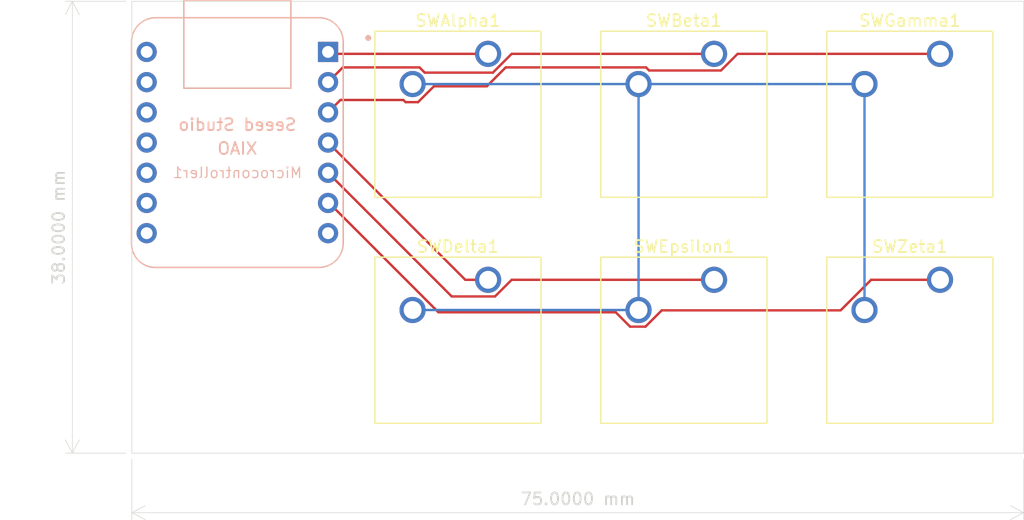
<source format=kicad_pcb>
(kicad_pcb (version 20240108) (generator "pcbnew") (generator_version "8.0")
  (layers (0 "F.Cu" signal) (31 "B.Cu" signal) (34 "B.Paste" user) (35 "F.Paste" user) (36 "B.SilkS" user "B.Silkscreen") (37 "F.SilkS" user "F.Silkscreen") (38 "B.Mask" user) (39 "F.Mask" user) (44 "Edge.Cuts" user))
  (net 0 "")
  (net 1 "GND")
  (net 2 "Net-(Microcontroller1-PA4_A1_D1)")
  (net 3 "Net-(Microcontroller1-PA11_A3_D3)")
  (net 4 "Net-(Microcontroller1-PA10_A2_D2)")
  (net 11 "Net-(Microcontroller1-PA9_A5_D5_SCL)")
  (net 12 "Net-(Microcontroller1-PA8_A4_D4_SDA)")
  (net 15 "Net-(Microcontroller1-PA02_A0_D0)")
  (footprint "Button_Switch_Keyboard:SW_Cherry_MX_1.00u_PCB" (layer "F.Cu") (at 98.96 55.42)
    (property "Reference" "SWEpsilon1" (at -2.54 -2.794 0) (layer "F.SilkS"))
    (property "Value" "SW_Push")
    (fp_line (start -9.525 -1.905) (end 4.445 -1.905) (stroke (width 0.12)) (layer "F.SilkS"))
    (fp_line (start -9.525 12.065) (end -9.525 -1.905) (stroke (width 0.12)) (layer "F.SilkS"))
    (fp_line (start 4.445 -1.905) (end 4.445 12.065) (stroke (width 0.12)) (layer "F.SilkS"))
    (fp_line (start 4.445 12.065) (end -9.525 12.065) (stroke (width 0.12)) (layer "F.SilkS"))
    (pad "" np_thru_hole circle (at -7.62 5.08) (size 1.7 1.7) (drill 1.7) (layers "*.Cu" "*.Mask"))
    (pad "" np_thru_hole circle (at -2.54 5.08) (size 4 4) (drill 4) (layers "*.Cu" "*.Mask"))
    (pad "" np_thru_hole circle (at 2.54 5.08) (size 1.7 1.7) (drill 1.7) (layers "*.Cu" "*.Mask"))
    (pad "1" thru_hole circle (at 0 0) (size 2.2 2.2) (drill 1.5) (layers "*.Cu" "*.Mask") (net 12 "Net-(Microcontroller1-PA8_A4_D4_SDA)"))
    (pad "2" thru_hole circle (at -6.35 2.54) (size 2.2 2.2) (drill 1.5) (layers "*.Cu" "*.Mask") (net 1 "GND"))
  )
  (footprint "Button_Switch_Keyboard:SW_Cherry_MX_1.00u_PCB" (layer "F.Cu") (at 79.96 36.42)
    (property "Reference" "SWAlpha1" (at -2.54 -2.794 0) (layer "F.SilkS"))
    (property "Value" "SW_Push")
    (fp_line (start -9.525 -1.905) (end 4.445 -1.905) (stroke (width 0.12)) (layer "F.SilkS"))
    (fp_line (start -9.525 12.065) (end -9.525 -1.905) (stroke (width 0.12)) (layer "F.SilkS"))
    (fp_line (start 4.445 -1.905) (end 4.445 12.065) (stroke (width 0.12)) (layer "F.SilkS"))
    (fp_line (start 4.445 12.065) (end -9.525 12.065) (stroke (width 0.12)) (layer "F.SilkS"))
    (pad "" np_thru_hole circle (at -7.62 5.08) (size 1.7 1.7) (drill 1.7) (layers "*.Cu" "*.Mask"))
    (pad "" np_thru_hole circle (at -2.54 5.08) (size 4 4) (drill 4) (layers "*.Cu" "*.Mask"))
    (pad "" np_thru_hole circle (at 2.54 5.08) (size 1.7 1.7) (drill 1.7) (layers "*.Cu" "*.Mask"))
    (pad "1" thru_hole circle (at 0 0) (size 2.2 2.2) (drill 1.5) (layers "*.Cu" "*.Mask") (net 15 "Net-(Microcontroller1-PA02_A0_D0)"))
    (pad "2" thru_hole circle (at -6.35 2.54) (size 2.2 2.2) (drill 1.5) (layers "*.Cu" "*.Mask") (net 1 "GND"))
  )
  (footprint "Button_Switch_Keyboard:SW_Cherry_MX_1.00u_PCB" (layer "F.Cu") (at 79.96 55.42)
    (property "Reference" "SWDelta1" (at -2.54 -2.794 0) (layer "F.SilkS"))
    (property "Value" "SW_Push")
    (fp_line (start -9.525 -1.905) (end 4.445 -1.905) (stroke (width 0.12)) (layer "F.SilkS"))
    (fp_line (start -9.525 12.065) (end -9.525 -1.905) (stroke (width 0.12)) (layer "F.SilkS"))
    (fp_line (start 4.445 -1.905) (end 4.445 12.065) (stroke (width 0.12)) (layer "F.SilkS"))
    (fp_line (start 4.445 12.065) (end -9.525 12.065) (stroke (width 0.12)) (layer "F.SilkS"))
    (pad "" np_thru_hole circle (at -7.62 5.08) (size 1.7 1.7) (drill 1.7) (layers "*.Cu" "*.Mask"))
    (pad "" np_thru_hole circle (at -2.54 5.08) (size 4 4) (drill 4) (layers "*.Cu" "*.Mask"))
    (pad "" np_thru_hole circle (at 2.54 5.08) (size 1.7 1.7) (drill 1.7) (layers "*.Cu" "*.Mask"))
    (pad "1" thru_hole circle (at 0 0) (size 2.2 2.2) (drill 1.5) (layers "*.Cu" "*.Mask") (net 3 "Net-(Microcontroller1-PA11_A3_D3)"))
    (pad "2" thru_hole circle (at -6.35 2.54) (size 2.2 2.2) (drill 1.5) (layers "*.Cu" "*.Mask") (net 1 "GND"))
  )
  (footprint "Button_Switch_Keyboard:SW_Cherry_MX_1.00u_PCB" (layer "F.Cu") (at 117.96 55.42)
    (property "Reference" "SWZeta1" (at -2.54 -2.794 0) (layer "F.SilkS"))
    (property "Value" "SW_Push")
    (fp_line (start -9.525 -1.905) (end 4.445 -1.905) (stroke (width 0.12)) (layer "F.SilkS"))
    (fp_line (start -9.525 12.065) (end -9.525 -1.905) (stroke (width 0.12)) (layer "F.SilkS"))
    (fp_line (start 4.445 -1.905) (end 4.445 12.065) (stroke (width 0.12)) (layer "F.SilkS"))
    (fp_line (start 4.445 12.065) (end -9.525 12.065) (stroke (width 0.12)) (layer "F.SilkS"))
    (pad "" np_thru_hole circle (at -7.62 5.08) (size 1.7 1.7) (drill 1.7) (layers "*.Cu" "*.Mask"))
    (pad "" np_thru_hole circle (at -2.54 5.08) (size 4 4) (drill 4) (layers "*.Cu" "*.Mask"))
    (pad "" np_thru_hole circle (at 2.54 5.08) (size 1.7 1.7) (drill 1.7) (layers "*.Cu" "*.Mask"))
    (pad "1" thru_hole circle (at 0 0) (size 2.2 2.2) (drill 1.5) (layers "*.Cu" "*.Mask") (net 11 "Net-(Microcontroller1-PA9_A5_D5_SCL)"))
    (pad "2" thru_hole circle (at -6.35 2.54) (size 2.2 2.2) (drill 1.5) (layers "*.Cu" "*.Mask") (net 1 "GND"))
  )
  (footprint "Button_Switch_Keyboard:SW_Cherry_MX_1.00u_PCB" (layer "F.Cu") (at 98.96 36.42)
    (property "Reference" "SWBeta1" (at -2.54 -2.794 0) (layer "F.SilkS"))
    (property "Value" "SW_Push")
    (fp_line (start -9.525 -1.905) (end 4.445 -1.905) (stroke (width 0.12)) (layer "F.SilkS"))
    (fp_line (start -9.525 12.065) (end -9.525 -1.905) (stroke (width 0.12)) (layer "F.SilkS"))
    (fp_line (start 4.445 -1.905) (end 4.445 12.065) (stroke (width 0.12)) (layer "F.SilkS"))
    (fp_line (start 4.445 12.065) (end -9.525 12.065) (stroke (width 0.12)) (layer "F.SilkS"))
    (pad "" np_thru_hole circle (at -7.62 5.08) (size 1.7 1.7) (drill 1.7) (layers "*.Cu" "*.Mask"))
    (pad "" np_thru_hole circle (at -2.54 5.08) (size 4 4) (drill 4) (layers "*.Cu" "*.Mask"))
    (pad "" np_thru_hole circle (at 2.54 5.08) (size 1.7 1.7) (drill 1.7) (layers "*.Cu" "*.Mask"))
    (pad "1" thru_hole circle (at 0 0) (size 2.2 2.2) (drill 1.5) (layers "*.Cu" "*.Mask") (net 2 "Net-(Microcontroller1-PA4_A1_D1)"))
    (pad "2" thru_hole circle (at -6.35 2.54) (size 2.2 2.2) (drill 1.5) (layers "*.Cu" "*.Mask") (net 1 "GND"))
  )
  (footprint "Button_Switch_Keyboard:SW_Cherry_MX_1.00u_PCB" (layer "F.Cu") (at 117.96 36.42)
    (property "Reference" "SWGamma1" (at -2.54 -2.794 0) (layer "F.SilkS"))
    (property "Value" "SW_Push")
    (fp_line (start -9.525 -1.905) (end 4.445 -1.905) (stroke (width 0.12)) (layer "F.SilkS"))
    (fp_line (start -9.525 12.065) (end -9.525 -1.905) (stroke (width 0.12)) (layer "F.SilkS"))
    (fp_line (start 4.445 -1.905) (end 4.445 12.065) (stroke (width 0.12)) (layer "F.SilkS"))
    (fp_line (start 4.445 12.065) (end -9.525 12.065) (stroke (width 0.12)) (layer "F.SilkS"))
    (pad "" np_thru_hole circle (at -7.62 5.08) (size 1.7 1.7) (drill 1.7) (layers "*.Cu" "*.Mask"))
    (pad "" np_thru_hole circle (at -2.54 5.08) (size 4 4) (drill 4) (layers "*.Cu" "*.Mask"))
    (pad "" np_thru_hole circle (at 2.54 5.08) (size 1.7 1.7) (drill 1.7) (layers "*.Cu" "*.Mask"))
    (pad "1" thru_hole circle (at 0 0) (size 2.2 2.2) (drill 1.5) (layers "*.Cu" "*.Mask") (net 4 "Net-(Microcontroller1-PA10_A2_D2)"))
    (pad "2" thru_hole circle (at -6.35 2.54) (size 2.2 2.2) (drill 1.5) (layers "*.Cu" "*.Mask") (net 1 "GND"))
  )
  (footprint "AnishLaha-26 HackPadSTEAMWorkshop main Seeed Studio XIAO Series Library:XIAO-Generic-Thruhole-14P-2.54-21X17.8MM" (layer "B.Cu") (at 58.875 43.88 180)
    (property "Reference" "Microcontroller1" (at 0 -2.54 0) (layer "B.SilkS") (effects (font (size 0.889 0.889) (thickness 0.1016)) (justify mirror)))
    (property "Value" "Seeed Studio XIAO SAMD21" (hide yes))
    (fp_line (start 8.9 8.5) (end 8.9 -8.5) (stroke (width 0.127)) (layer "B.SilkS"))
    (fp_line (start 6.9 -10.5) (end -6.9 -10.5) (stroke (width 0.127)) (layer "B.SilkS"))
    (fp_line (start 4.5 11.92403) (end -4.5 11.92403) (stroke (width 0.127)) (layer "B.SilkS"))
    (fp_line (start 4.5 4.57073) (end 4.5 11.92403) (stroke (width 0.127)) (layer "B.SilkS"))
    (fp_line (start -4.5 11.92403) (end -4.5 4.57073) (stroke (width 0.127)) (layer "B.SilkS"))
    (fp_line (start -4.5 4.57073) (end 4.5 4.57073) (stroke (width 0.127)) (layer "B.SilkS"))
    (fp_line (start -6.9 10.49909) (end 6.9 10.49909) (stroke (width 0.127)) (layer "B.SilkS"))
    (fp_line (start -8.9 -8.5) (end -8.9 8.5) (stroke (width 0.127)) (layer "B.SilkS"))
    (fp_arc (start 8.9 8.5) (mid 8.301492 9.901492) (end 6.9 10.5) (stroke (width 0.12)) (layer "B.SilkS"))
    (fp_arc (start 6.9 -10.5) (mid 8.314214 -9.914214) (end 8.9 -8.5) (stroke (width 0.12)) (layer "B.SilkS"))
    (fp_arc (start -6.9 10.5) (mid -8.301491 9.901491) (end -8.9 8.5) (stroke (width 0.12)) (layer "B.SilkS"))
    (fp_arc (start -8.9 -8.5) (mid -8.301423 -9.901423) (end -6.9 -10.5) (stroke (width 0.12)) (layer "B.SilkS"))
    (fp_circle (center -11 8.8) (end -11 9.054) (fill solid) (layer "B.SilkS"))
    (fp_poly (pts (xy -8.887715 8.561705) (xy -8.884667 8.610473) (xy -8.880603 8.659494)) (stroke (width 0.0254)) (fill none) (layer "B.SilkS"))
    (fp_poly (pts (xy 8.889492 -8.521574) (xy 8.887713 -8.57085) (xy 8.884665 -8.619618) (xy 8.880601 -8.668639) (xy 8.875268 -8.717407) (xy 8.868664 -8.766175) (xy 8.861044 -8.81469) (xy 8.852153 -8.86295) (xy 8.842248 -8.910955)) (stroke (width 0.0254)) (fill none) (layer "B.SilkS"))
    (fp_text user "XIAO" (at 0 -0.5 0) (layer "B.SilkS") (effects (justify mirror)))
    (fp_text user "Seeed Studio" (at 0 1.5 0) (layer "B.SilkS") (effects (justify mirror)))
    (pad "1" thru_hole rect (at -7.625 7.62 180) (size 1.7 1.7) (drill 1) (layers "*.Cu" "*.Mask") (net 15 "Net-(Microcontroller1-PA02_A0_D0)"))
    (pad "2" thru_hole circle (at -7.625 5.08 180) (size 1.7 1.7) (drill 1) (layers "*.Cu" "*.Mask") (net 2 "Net-(Microcontroller1-PA4_A1_D1)"))
    (pad "3" thru_hole circle (at -7.625 2.54 180) (size 1.7 1.7) (drill 1) (layers "*.Cu" "*.Mask") (net 4 "Net-(Microcontroller1-PA10_A2_D2)"))
    (pad "4" thru_hole circle (at -7.625 0 180) (size 1.7 1.7) (drill 1) (layers "*.Cu" "*.Mask") (net 3 "Net-(Microcontroller1-PA11_A3_D3)"))
    (pad "5" thru_hole circle (at -7.625 -2.54 180) (size 1.7 1.7) (drill 1) (layers "*.Cu" "*.Mask") (net 12 "Net-(Microcontroller1-PA8_A4_D4_SDA)"))
    (pad "6" thru_hole circle (at -7.625 -5.08) (size 1.7 1.7) (drill 1) (layers "*.Cu" "*.Mask") (net 11 "Net-(Microcontroller1-PA9_A5_D5_SCL)"))
    (pad "7" thru_hole circle (at -7.625 -7.62 180) (size 1.7 1.7) (drill 1) (layers "*.Cu" "*.Mask"))
    (pad "8" thru_hole circle (at 7.625 -7.62 180) (size 1.7 1.7) (drill 1) (layers "*.Cu" "*.Mask"))
    (pad "9" thru_hole circle (at 7.625 -5.08 180) (size 1.7 1.7) (drill 1) (layers "*.Cu" "*.Mask"))
    (pad "10" thru_hole circle (at 7.625 -2.54 180) (size 1.7 1.7) (drill 1) (layers "*.Cu" "*.Mask"))
    (pad "11" thru_hole circle (at 7.625 0 180) (size 1.7 1.7) (drill 1) (layers "*.Cu" "*.Mask"))
    (pad "12" thru_hole circle (at 7.625 2.54 180) (size 1.7 1.7) (drill 1) (layers "*.Cu" "*.Mask"))
    (pad "13" thru_hole circle (at 7.625 5.08 180) (size 1.7 1.7) (drill 1) (layers "*.Cu" "*.Mask"))
    (pad "14" thru_hole circle (at 7.625 7.62 180) (size 1.7 1.7) (drill 1) (layers "*.Cu" "*.Mask"))
  )
  (gr_rect (start 50 32) (end 125 70) (stroke (width 0.05)) (fill none) (layer "Edge.Cuts"))
  (dimension (type aligned) (layer "Edge.Cuts") (pts (xy 50 70) (xy 50 32)) (height -5) (gr_text "38.0000 mm" (at 43.85 51 90) (layer "Edge.Cuts") (effects (font (size 1 1) (thickness 0.15)))) (format (prefix "") (suffix "") (units 3) (units_format 1) (precision 4)) (style (thickness 0.05) (arrow_length 1.27) (text_position_mode 0) (extension_height 0.58642) (extension_offset 0.5) keep_text_aligned))
  (dimension (type aligned) (layer "Edge.Cuts") (pts (xy 50 70) (xy 125 70)) (height 4.999999) (gr_text "75.0000 mm" (at 87.5 73.849999 0) (layer "Edge.Cuts") (effects (font (size 1 1) (thickness 0.15)))) (format (prefix "") (suffix "") (units 3) (units_format 1) (precision 4)) (style (thickness 0.05) (arrow_length 1.27) (text_position_mode 0) (extension_height 0.58642) (extension_offset 0.5) keep_text_aligned))
  (segment (start 73.61 38.96) (end 92.61 38.96) (width 0.2) (layer "B.Cu") (net 1))
  (segment (start 92.61 38.96) (end 92.61 57.96) (width 0.2) (layer "B.Cu") (net 1))
  (segment (start 92.61 57.96) (end 73.61 57.96) (width 0.2) (layer "B.Cu") (net 1))
  (segment (start 111.61 57.96) (end 111.61 38.96) (width 0.2) (layer "B.Cu") (net 1))
  (segment (start 111.61 38.96) (end 92.61 38.96) (width 0.2) (layer "B.Cu") (net 1))
  (segment (start 74.629899 38) (end 74.189899 37.56) (width 0.2) (layer "F.Cu") (net 2))
  (segment (start 98.96 36.42) (end 81.939899 36.42) (width 0.2) (layer "F.Cu") (net 2))
  (segment (start 74.189899 37.56) (end 67.74 37.56) (width 0.2) (layer "F.Cu") (net 2))
  (segment (start 80.359899 38) (end 74.629899 38) (width 0.2) (layer "F.Cu") (net 2))
  (segment (start 67.74 37.56) (end 66.5 38.8) (width 0.2) (layer "F.Cu") (net 2))
  (segment (start 81.939899 36.42) (end 80.359899 38) (width 0.2) (layer "F.Cu") (net 2))
  (segment (start 79.96 55.42) (end 78.04 55.42) (width 0.2) (layer "F.Cu") (net 3))
  (segment (start 78.04 55.42) (end 66.5 43.88) (width 0.2) (layer "F.Cu") (net 3))
  (segment (start 93.24 37.56) (end 81.44 37.56) (width 0.2) (layer "F.Cu") (net 4))
  (segment (start 67.54 40.3) (end 66.5 41.34) (width 0.2) (layer "F.Cu") (net 4))
  (segment (start 75.399899 39.15) (end 74.068427 40.481472) (width 0.2) (layer "F.Cu") (net 4))
  (segment (start 74.068427 40.481472) (end 73.018528 40.481472) (width 0.2) (layer "F.Cu") (net 4))
  (segment (start 72.837056 40.3) (end 67.54 40.3) (width 0.2) (layer "F.Cu") (net 4))
  (segment (start 99.539899 37.82) (end 93.5 37.82) (width 0.2) (layer "F.Cu") (net 4))
  (segment (start 73.018528 40.481472) (end 72.837056 40.3) (width 0.2) (layer "F.Cu") (net 4))
  (segment (start 81.44 37.56) (end 79.85 39.15) (width 0.2) (layer "F.Cu") (net 4))
  (segment (start 117.96 36.42) (end 100.939899 36.42) (width 0.2) (layer "F.Cu") (net 4))
  (segment (start 79.85 39.15) (end 75.399899 39.15) (width 0.2) (layer "F.Cu") (net 4))
  (segment (start 100.939899 36.42) (end 99.539899 37.82) (width 0.2) (layer "F.Cu") (net 4))
  (segment (start 93.5 37.82) (end 93.24 37.56) (width 0.2) (layer "F.Cu") (net 4))
  (segment (start 66.589899 48.96) (end 66.5 48.96) (width 0.2) (layer "F.Cu") (net 11))
  (segment (start 90.687056 58.15) (end 75.779899 58.15) (width 0.2) (layer "F.Cu") (net 11))
  (segment (start 112.170101 55.42) (end 109.600101 57.99) (width 0.2) (layer "F.Cu") (net 11))
  (segment (start 94.559899 57.99) (end 93.189899 59.36) (width 0.2) (layer "F.Cu") (net 11))
  (segment (start 91.897056 59.36) (end 90.687056 58.15) (width 0.2) (layer "F.Cu") (net 11))
  (segment (start 117.96 55.42) (end 112.170101 55.42) (width 0.2) (layer "F.Cu") (net 11))
  (segment (start 75.779899 58.15) (end 66.589899 48.96) (width 0.2) (layer "F.Cu") (net 11))
  (segment (start 109.600101 57.99) (end 94.559899 57.99) (width 0.2) (layer "F.Cu") (net 11))
  (segment (start 93.189899 59.36) (end 91.897056 59.36) (width 0.2) (layer "F.Cu") (net 11))
  (segment (start 80.539899 56.82) (end 76.9 56.82) (width 0.2) (layer "F.Cu") (net 12))
  (segment (start 76.9 56.82) (end 66.5 46.42) (width 0.2) (layer "F.Cu") (net 12))
  (segment (start 98.96 55.42) (end 81.939899 55.42) (width 0.2) (layer "F.Cu") (net 12))
  (segment (start 81.939899 55.42) (end 80.539899 56.82) (width 0.2) (layer "F.Cu") (net 12))
  (segment (start 79.96 36.42) (end 66.66 36.42) (width 0.2) (layer "F.Cu") (net 15))
  (segment (start 66.66 36.42) (end 66.5 36.26) (width 0.2) (layer "F.Cu") (net 15))
)
</source>
